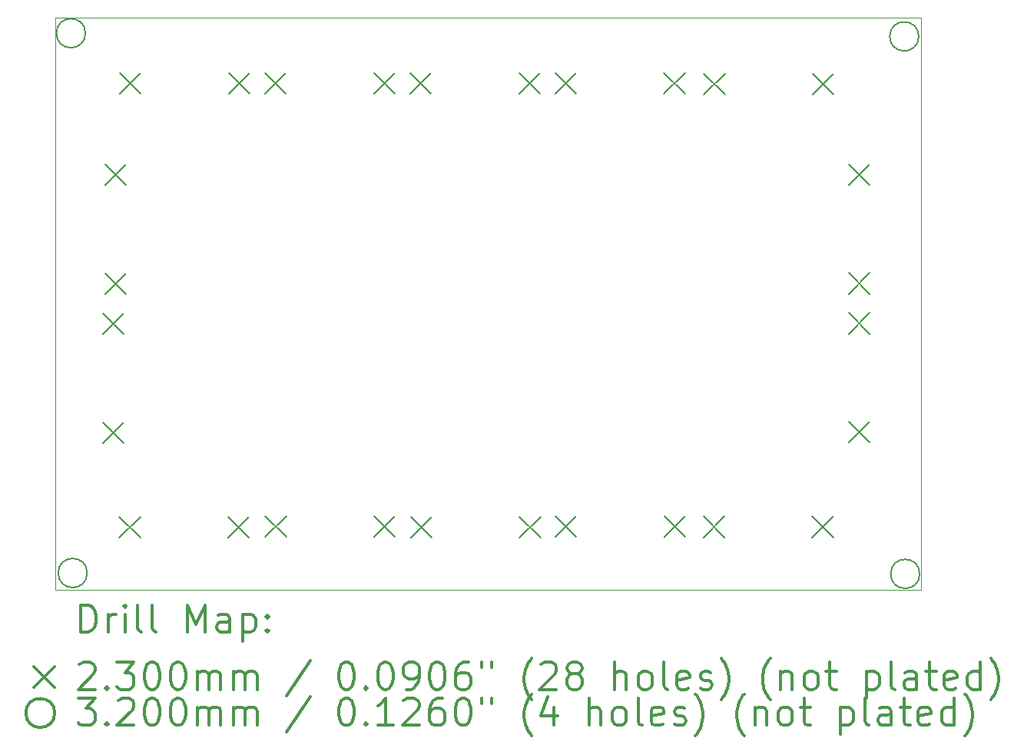
<source format=gbr>
%FSLAX45Y45*%
G04 Gerber Fmt 4.5, Leading zero omitted, Abs format (unit mm)*
G04 Created by KiCad (PCBNEW 5.1.10-88a1d61d58~90~ubuntu20.04.1) date 2021-11-04 14:27:38*
%MOMM*%
%LPD*%
G01*
G04 APERTURE LIST*
%TA.AperFunction,Profile*%
%ADD10C,0.050000*%
%TD*%
%ADD11C,0.200000*%
%ADD12C,0.300000*%
G04 APERTURE END LIST*
D10*
X21850000Y-4445000D02*
X21850000Y-10750000D01*
X12305000Y-10750000D02*
X21850000Y-10750000D01*
X12305000Y-4445000D02*
X12305000Y-10750000D01*
X12305000Y-4445000D02*
X21850000Y-4445000D01*
D11*
X12835000Y-7702000D02*
X13065000Y-7932000D01*
X13065000Y-7702000D02*
X12835000Y-7932000D01*
X12835000Y-8902000D02*
X13065000Y-9132000D01*
X13065000Y-8902000D02*
X12835000Y-9132000D01*
X12855000Y-6062000D02*
X13085000Y-6292000D01*
X13085000Y-6062000D02*
X12855000Y-6292000D01*
X12855000Y-7262000D02*
X13085000Y-7492000D01*
X13085000Y-7262000D02*
X12855000Y-7492000D01*
X13014000Y-9943000D02*
X13244000Y-10173000D01*
X13244000Y-9943000D02*
X13014000Y-10173000D01*
X13018000Y-5055000D02*
X13248000Y-5285000D01*
X13248000Y-5055000D02*
X13018000Y-5285000D01*
X14214000Y-9943000D02*
X14444000Y-10173000D01*
X14444000Y-9943000D02*
X14214000Y-10173000D01*
X14218000Y-5055000D02*
X14448000Y-5285000D01*
X14448000Y-5055000D02*
X14218000Y-5285000D01*
X14618000Y-5055000D02*
X14848000Y-5285000D01*
X14848000Y-5055000D02*
X14618000Y-5285000D01*
X14623000Y-9941000D02*
X14853000Y-10171000D01*
X14853000Y-9941000D02*
X14623000Y-10171000D01*
X15818000Y-5055000D02*
X16048000Y-5285000D01*
X16048000Y-5055000D02*
X15818000Y-5285000D01*
X15823000Y-9941000D02*
X16053000Y-10171000D01*
X16053000Y-9941000D02*
X15823000Y-10171000D01*
X16218000Y-5055000D02*
X16448000Y-5285000D01*
X16448000Y-5055000D02*
X16218000Y-5285000D01*
X16226000Y-9943000D02*
X16456000Y-10173000D01*
X16456000Y-9943000D02*
X16226000Y-10173000D01*
X17418000Y-5055000D02*
X17648000Y-5285000D01*
X17648000Y-5055000D02*
X17418000Y-5285000D01*
X17426000Y-9943000D02*
X17656000Y-10173000D01*
X17656000Y-9943000D02*
X17426000Y-10173000D01*
X17818000Y-5055000D02*
X18048000Y-5285000D01*
X18048000Y-5055000D02*
X17818000Y-5285000D01*
X17822000Y-9941000D02*
X18052000Y-10171000D01*
X18052000Y-9941000D02*
X17822000Y-10171000D01*
X19018000Y-5055000D02*
X19248000Y-5285000D01*
X19248000Y-5055000D02*
X19018000Y-5285000D01*
X19022000Y-9941000D02*
X19252000Y-10171000D01*
X19252000Y-9941000D02*
X19022000Y-10171000D01*
X19452000Y-9942000D02*
X19682000Y-10172000D01*
X19682000Y-9942000D02*
X19452000Y-10172000D01*
X19458000Y-5060000D02*
X19688000Y-5290000D01*
X19688000Y-5060000D02*
X19458000Y-5290000D01*
X20652000Y-9942000D02*
X20882000Y-10172000D01*
X20882000Y-9942000D02*
X20652000Y-10172000D01*
X20658000Y-5060000D02*
X20888000Y-5290000D01*
X20888000Y-5060000D02*
X20658000Y-5290000D01*
X21055000Y-6058000D02*
X21285000Y-6288000D01*
X21285000Y-6058000D02*
X21055000Y-6288000D01*
X21055000Y-7258000D02*
X21285000Y-7488000D01*
X21285000Y-7258000D02*
X21055000Y-7488000D01*
X21055000Y-7698000D02*
X21285000Y-7928000D01*
X21285000Y-7698000D02*
X21055000Y-7928000D01*
X21055000Y-8898000D02*
X21285000Y-9128000D01*
X21285000Y-8898000D02*
X21055000Y-9128000D01*
X12640000Y-4615000D02*
G75*
G03*
X12640000Y-4615000I-160000J0D01*
G01*
X12660000Y-10565000D02*
G75*
G03*
X12660000Y-10565000I-160000J0D01*
G01*
X21825000Y-4650000D02*
G75*
G03*
X21825000Y-4650000I-160000J0D01*
G01*
X21835000Y-10575000D02*
G75*
G03*
X21835000Y-10575000I-160000J0D01*
G01*
D12*
X12588928Y-11218214D02*
X12588928Y-10918214D01*
X12660357Y-10918214D01*
X12703214Y-10932500D01*
X12731786Y-10961072D01*
X12746071Y-10989643D01*
X12760357Y-11046786D01*
X12760357Y-11089643D01*
X12746071Y-11146786D01*
X12731786Y-11175357D01*
X12703214Y-11203929D01*
X12660357Y-11218214D01*
X12588928Y-11218214D01*
X12888928Y-11218214D02*
X12888928Y-11018214D01*
X12888928Y-11075357D02*
X12903214Y-11046786D01*
X12917500Y-11032500D01*
X12946071Y-11018214D01*
X12974643Y-11018214D01*
X13074643Y-11218214D02*
X13074643Y-11018214D01*
X13074643Y-10918214D02*
X13060357Y-10932500D01*
X13074643Y-10946786D01*
X13088928Y-10932500D01*
X13074643Y-10918214D01*
X13074643Y-10946786D01*
X13260357Y-11218214D02*
X13231786Y-11203929D01*
X13217500Y-11175357D01*
X13217500Y-10918214D01*
X13417500Y-11218214D02*
X13388928Y-11203929D01*
X13374643Y-11175357D01*
X13374643Y-10918214D01*
X13760357Y-11218214D02*
X13760357Y-10918214D01*
X13860357Y-11132500D01*
X13960357Y-10918214D01*
X13960357Y-11218214D01*
X14231786Y-11218214D02*
X14231786Y-11061072D01*
X14217500Y-11032500D01*
X14188928Y-11018214D01*
X14131786Y-11018214D01*
X14103214Y-11032500D01*
X14231786Y-11203929D02*
X14203214Y-11218214D01*
X14131786Y-11218214D01*
X14103214Y-11203929D01*
X14088928Y-11175357D01*
X14088928Y-11146786D01*
X14103214Y-11118214D01*
X14131786Y-11103929D01*
X14203214Y-11103929D01*
X14231786Y-11089643D01*
X14374643Y-11018214D02*
X14374643Y-11318214D01*
X14374643Y-11032500D02*
X14403214Y-11018214D01*
X14460357Y-11018214D01*
X14488928Y-11032500D01*
X14503214Y-11046786D01*
X14517500Y-11075357D01*
X14517500Y-11161072D01*
X14503214Y-11189643D01*
X14488928Y-11203929D01*
X14460357Y-11218214D01*
X14403214Y-11218214D01*
X14374643Y-11203929D01*
X14646071Y-11189643D02*
X14660357Y-11203929D01*
X14646071Y-11218214D01*
X14631786Y-11203929D01*
X14646071Y-11189643D01*
X14646071Y-11218214D01*
X14646071Y-11032500D02*
X14660357Y-11046786D01*
X14646071Y-11061072D01*
X14631786Y-11046786D01*
X14646071Y-11032500D01*
X14646071Y-11061072D01*
X12072500Y-11597500D02*
X12302500Y-11827500D01*
X12302500Y-11597500D02*
X12072500Y-11827500D01*
X12574643Y-11576786D02*
X12588928Y-11562500D01*
X12617500Y-11548214D01*
X12688928Y-11548214D01*
X12717500Y-11562500D01*
X12731786Y-11576786D01*
X12746071Y-11605357D01*
X12746071Y-11633929D01*
X12731786Y-11676786D01*
X12560357Y-11848214D01*
X12746071Y-11848214D01*
X12874643Y-11819643D02*
X12888928Y-11833929D01*
X12874643Y-11848214D01*
X12860357Y-11833929D01*
X12874643Y-11819643D01*
X12874643Y-11848214D01*
X12988928Y-11548214D02*
X13174643Y-11548214D01*
X13074643Y-11662500D01*
X13117500Y-11662500D01*
X13146071Y-11676786D01*
X13160357Y-11691071D01*
X13174643Y-11719643D01*
X13174643Y-11791071D01*
X13160357Y-11819643D01*
X13146071Y-11833929D01*
X13117500Y-11848214D01*
X13031786Y-11848214D01*
X13003214Y-11833929D01*
X12988928Y-11819643D01*
X13360357Y-11548214D02*
X13388928Y-11548214D01*
X13417500Y-11562500D01*
X13431786Y-11576786D01*
X13446071Y-11605357D01*
X13460357Y-11662500D01*
X13460357Y-11733929D01*
X13446071Y-11791071D01*
X13431786Y-11819643D01*
X13417500Y-11833929D01*
X13388928Y-11848214D01*
X13360357Y-11848214D01*
X13331786Y-11833929D01*
X13317500Y-11819643D01*
X13303214Y-11791071D01*
X13288928Y-11733929D01*
X13288928Y-11662500D01*
X13303214Y-11605357D01*
X13317500Y-11576786D01*
X13331786Y-11562500D01*
X13360357Y-11548214D01*
X13646071Y-11548214D02*
X13674643Y-11548214D01*
X13703214Y-11562500D01*
X13717500Y-11576786D01*
X13731786Y-11605357D01*
X13746071Y-11662500D01*
X13746071Y-11733929D01*
X13731786Y-11791071D01*
X13717500Y-11819643D01*
X13703214Y-11833929D01*
X13674643Y-11848214D01*
X13646071Y-11848214D01*
X13617500Y-11833929D01*
X13603214Y-11819643D01*
X13588928Y-11791071D01*
X13574643Y-11733929D01*
X13574643Y-11662500D01*
X13588928Y-11605357D01*
X13603214Y-11576786D01*
X13617500Y-11562500D01*
X13646071Y-11548214D01*
X13874643Y-11848214D02*
X13874643Y-11648214D01*
X13874643Y-11676786D02*
X13888928Y-11662500D01*
X13917500Y-11648214D01*
X13960357Y-11648214D01*
X13988928Y-11662500D01*
X14003214Y-11691071D01*
X14003214Y-11848214D01*
X14003214Y-11691071D02*
X14017500Y-11662500D01*
X14046071Y-11648214D01*
X14088928Y-11648214D01*
X14117500Y-11662500D01*
X14131786Y-11691071D01*
X14131786Y-11848214D01*
X14274643Y-11848214D02*
X14274643Y-11648214D01*
X14274643Y-11676786D02*
X14288928Y-11662500D01*
X14317500Y-11648214D01*
X14360357Y-11648214D01*
X14388928Y-11662500D01*
X14403214Y-11691071D01*
X14403214Y-11848214D01*
X14403214Y-11691071D02*
X14417500Y-11662500D01*
X14446071Y-11648214D01*
X14488928Y-11648214D01*
X14517500Y-11662500D01*
X14531786Y-11691071D01*
X14531786Y-11848214D01*
X15117500Y-11533929D02*
X14860357Y-11919643D01*
X15503214Y-11548214D02*
X15531786Y-11548214D01*
X15560357Y-11562500D01*
X15574643Y-11576786D01*
X15588928Y-11605357D01*
X15603214Y-11662500D01*
X15603214Y-11733929D01*
X15588928Y-11791071D01*
X15574643Y-11819643D01*
X15560357Y-11833929D01*
X15531786Y-11848214D01*
X15503214Y-11848214D01*
X15474643Y-11833929D01*
X15460357Y-11819643D01*
X15446071Y-11791071D01*
X15431786Y-11733929D01*
X15431786Y-11662500D01*
X15446071Y-11605357D01*
X15460357Y-11576786D01*
X15474643Y-11562500D01*
X15503214Y-11548214D01*
X15731786Y-11819643D02*
X15746071Y-11833929D01*
X15731786Y-11848214D01*
X15717500Y-11833929D01*
X15731786Y-11819643D01*
X15731786Y-11848214D01*
X15931786Y-11548214D02*
X15960357Y-11548214D01*
X15988928Y-11562500D01*
X16003214Y-11576786D01*
X16017500Y-11605357D01*
X16031786Y-11662500D01*
X16031786Y-11733929D01*
X16017500Y-11791071D01*
X16003214Y-11819643D01*
X15988928Y-11833929D01*
X15960357Y-11848214D01*
X15931786Y-11848214D01*
X15903214Y-11833929D01*
X15888928Y-11819643D01*
X15874643Y-11791071D01*
X15860357Y-11733929D01*
X15860357Y-11662500D01*
X15874643Y-11605357D01*
X15888928Y-11576786D01*
X15903214Y-11562500D01*
X15931786Y-11548214D01*
X16174643Y-11848214D02*
X16231786Y-11848214D01*
X16260357Y-11833929D01*
X16274643Y-11819643D01*
X16303214Y-11776786D01*
X16317500Y-11719643D01*
X16317500Y-11605357D01*
X16303214Y-11576786D01*
X16288928Y-11562500D01*
X16260357Y-11548214D01*
X16203214Y-11548214D01*
X16174643Y-11562500D01*
X16160357Y-11576786D01*
X16146071Y-11605357D01*
X16146071Y-11676786D01*
X16160357Y-11705357D01*
X16174643Y-11719643D01*
X16203214Y-11733929D01*
X16260357Y-11733929D01*
X16288928Y-11719643D01*
X16303214Y-11705357D01*
X16317500Y-11676786D01*
X16503214Y-11548214D02*
X16531786Y-11548214D01*
X16560357Y-11562500D01*
X16574643Y-11576786D01*
X16588928Y-11605357D01*
X16603214Y-11662500D01*
X16603214Y-11733929D01*
X16588928Y-11791071D01*
X16574643Y-11819643D01*
X16560357Y-11833929D01*
X16531786Y-11848214D01*
X16503214Y-11848214D01*
X16474643Y-11833929D01*
X16460357Y-11819643D01*
X16446071Y-11791071D01*
X16431786Y-11733929D01*
X16431786Y-11662500D01*
X16446071Y-11605357D01*
X16460357Y-11576786D01*
X16474643Y-11562500D01*
X16503214Y-11548214D01*
X16860357Y-11548214D02*
X16803214Y-11548214D01*
X16774643Y-11562500D01*
X16760357Y-11576786D01*
X16731786Y-11619643D01*
X16717500Y-11676786D01*
X16717500Y-11791071D01*
X16731786Y-11819643D01*
X16746071Y-11833929D01*
X16774643Y-11848214D01*
X16831786Y-11848214D01*
X16860357Y-11833929D01*
X16874643Y-11819643D01*
X16888928Y-11791071D01*
X16888928Y-11719643D01*
X16874643Y-11691071D01*
X16860357Y-11676786D01*
X16831786Y-11662500D01*
X16774643Y-11662500D01*
X16746071Y-11676786D01*
X16731786Y-11691071D01*
X16717500Y-11719643D01*
X17003214Y-11548214D02*
X17003214Y-11605357D01*
X17117500Y-11548214D02*
X17117500Y-11605357D01*
X17560357Y-11962500D02*
X17546071Y-11948214D01*
X17517500Y-11905357D01*
X17503214Y-11876786D01*
X17488928Y-11833929D01*
X17474643Y-11762500D01*
X17474643Y-11705357D01*
X17488928Y-11633929D01*
X17503214Y-11591071D01*
X17517500Y-11562500D01*
X17546071Y-11519643D01*
X17560357Y-11505357D01*
X17660357Y-11576786D02*
X17674643Y-11562500D01*
X17703214Y-11548214D01*
X17774643Y-11548214D01*
X17803214Y-11562500D01*
X17817500Y-11576786D01*
X17831786Y-11605357D01*
X17831786Y-11633929D01*
X17817500Y-11676786D01*
X17646071Y-11848214D01*
X17831786Y-11848214D01*
X18003214Y-11676786D02*
X17974643Y-11662500D01*
X17960357Y-11648214D01*
X17946071Y-11619643D01*
X17946071Y-11605357D01*
X17960357Y-11576786D01*
X17974643Y-11562500D01*
X18003214Y-11548214D01*
X18060357Y-11548214D01*
X18088928Y-11562500D01*
X18103214Y-11576786D01*
X18117500Y-11605357D01*
X18117500Y-11619643D01*
X18103214Y-11648214D01*
X18088928Y-11662500D01*
X18060357Y-11676786D01*
X18003214Y-11676786D01*
X17974643Y-11691071D01*
X17960357Y-11705357D01*
X17946071Y-11733929D01*
X17946071Y-11791071D01*
X17960357Y-11819643D01*
X17974643Y-11833929D01*
X18003214Y-11848214D01*
X18060357Y-11848214D01*
X18088928Y-11833929D01*
X18103214Y-11819643D01*
X18117500Y-11791071D01*
X18117500Y-11733929D01*
X18103214Y-11705357D01*
X18088928Y-11691071D01*
X18060357Y-11676786D01*
X18474643Y-11848214D02*
X18474643Y-11548214D01*
X18603214Y-11848214D02*
X18603214Y-11691071D01*
X18588928Y-11662500D01*
X18560357Y-11648214D01*
X18517500Y-11648214D01*
X18488928Y-11662500D01*
X18474643Y-11676786D01*
X18788928Y-11848214D02*
X18760357Y-11833929D01*
X18746071Y-11819643D01*
X18731786Y-11791071D01*
X18731786Y-11705357D01*
X18746071Y-11676786D01*
X18760357Y-11662500D01*
X18788928Y-11648214D01*
X18831786Y-11648214D01*
X18860357Y-11662500D01*
X18874643Y-11676786D01*
X18888928Y-11705357D01*
X18888928Y-11791071D01*
X18874643Y-11819643D01*
X18860357Y-11833929D01*
X18831786Y-11848214D01*
X18788928Y-11848214D01*
X19060357Y-11848214D02*
X19031786Y-11833929D01*
X19017500Y-11805357D01*
X19017500Y-11548214D01*
X19288928Y-11833929D02*
X19260357Y-11848214D01*
X19203214Y-11848214D01*
X19174643Y-11833929D01*
X19160357Y-11805357D01*
X19160357Y-11691071D01*
X19174643Y-11662500D01*
X19203214Y-11648214D01*
X19260357Y-11648214D01*
X19288928Y-11662500D01*
X19303214Y-11691071D01*
X19303214Y-11719643D01*
X19160357Y-11748214D01*
X19417500Y-11833929D02*
X19446071Y-11848214D01*
X19503214Y-11848214D01*
X19531786Y-11833929D01*
X19546071Y-11805357D01*
X19546071Y-11791071D01*
X19531786Y-11762500D01*
X19503214Y-11748214D01*
X19460357Y-11748214D01*
X19431786Y-11733929D01*
X19417500Y-11705357D01*
X19417500Y-11691071D01*
X19431786Y-11662500D01*
X19460357Y-11648214D01*
X19503214Y-11648214D01*
X19531786Y-11662500D01*
X19646071Y-11962500D02*
X19660357Y-11948214D01*
X19688928Y-11905357D01*
X19703214Y-11876786D01*
X19717500Y-11833929D01*
X19731786Y-11762500D01*
X19731786Y-11705357D01*
X19717500Y-11633929D01*
X19703214Y-11591071D01*
X19688928Y-11562500D01*
X19660357Y-11519643D01*
X19646071Y-11505357D01*
X20188928Y-11962500D02*
X20174643Y-11948214D01*
X20146071Y-11905357D01*
X20131786Y-11876786D01*
X20117500Y-11833929D01*
X20103214Y-11762500D01*
X20103214Y-11705357D01*
X20117500Y-11633929D01*
X20131786Y-11591071D01*
X20146071Y-11562500D01*
X20174643Y-11519643D01*
X20188928Y-11505357D01*
X20303214Y-11648214D02*
X20303214Y-11848214D01*
X20303214Y-11676786D02*
X20317500Y-11662500D01*
X20346071Y-11648214D01*
X20388928Y-11648214D01*
X20417500Y-11662500D01*
X20431786Y-11691071D01*
X20431786Y-11848214D01*
X20617500Y-11848214D02*
X20588928Y-11833929D01*
X20574643Y-11819643D01*
X20560357Y-11791071D01*
X20560357Y-11705357D01*
X20574643Y-11676786D01*
X20588928Y-11662500D01*
X20617500Y-11648214D01*
X20660357Y-11648214D01*
X20688928Y-11662500D01*
X20703214Y-11676786D01*
X20717500Y-11705357D01*
X20717500Y-11791071D01*
X20703214Y-11819643D01*
X20688928Y-11833929D01*
X20660357Y-11848214D01*
X20617500Y-11848214D01*
X20803214Y-11648214D02*
X20917500Y-11648214D01*
X20846071Y-11548214D02*
X20846071Y-11805357D01*
X20860357Y-11833929D01*
X20888928Y-11848214D01*
X20917500Y-11848214D01*
X21246071Y-11648214D02*
X21246071Y-11948214D01*
X21246071Y-11662500D02*
X21274643Y-11648214D01*
X21331786Y-11648214D01*
X21360357Y-11662500D01*
X21374643Y-11676786D01*
X21388928Y-11705357D01*
X21388928Y-11791071D01*
X21374643Y-11819643D01*
X21360357Y-11833929D01*
X21331786Y-11848214D01*
X21274643Y-11848214D01*
X21246071Y-11833929D01*
X21560357Y-11848214D02*
X21531786Y-11833929D01*
X21517500Y-11805357D01*
X21517500Y-11548214D01*
X21803214Y-11848214D02*
X21803214Y-11691071D01*
X21788928Y-11662500D01*
X21760357Y-11648214D01*
X21703214Y-11648214D01*
X21674643Y-11662500D01*
X21803214Y-11833929D02*
X21774643Y-11848214D01*
X21703214Y-11848214D01*
X21674643Y-11833929D01*
X21660357Y-11805357D01*
X21660357Y-11776786D01*
X21674643Y-11748214D01*
X21703214Y-11733929D01*
X21774643Y-11733929D01*
X21803214Y-11719643D01*
X21903214Y-11648214D02*
X22017500Y-11648214D01*
X21946071Y-11548214D02*
X21946071Y-11805357D01*
X21960357Y-11833929D01*
X21988928Y-11848214D01*
X22017500Y-11848214D01*
X22231786Y-11833929D02*
X22203214Y-11848214D01*
X22146071Y-11848214D01*
X22117500Y-11833929D01*
X22103214Y-11805357D01*
X22103214Y-11691071D01*
X22117500Y-11662500D01*
X22146071Y-11648214D01*
X22203214Y-11648214D01*
X22231786Y-11662500D01*
X22246071Y-11691071D01*
X22246071Y-11719643D01*
X22103214Y-11748214D01*
X22503214Y-11848214D02*
X22503214Y-11548214D01*
X22503214Y-11833929D02*
X22474643Y-11848214D01*
X22417500Y-11848214D01*
X22388928Y-11833929D01*
X22374643Y-11819643D01*
X22360357Y-11791071D01*
X22360357Y-11705357D01*
X22374643Y-11676786D01*
X22388928Y-11662500D01*
X22417500Y-11648214D01*
X22474643Y-11648214D01*
X22503214Y-11662500D01*
X22617500Y-11962500D02*
X22631786Y-11948214D01*
X22660357Y-11905357D01*
X22674643Y-11876786D01*
X22688928Y-11833929D01*
X22703214Y-11762500D01*
X22703214Y-11705357D01*
X22688928Y-11633929D01*
X22674643Y-11591071D01*
X22660357Y-11562500D01*
X22631786Y-11519643D01*
X22617500Y-11505357D01*
X12302500Y-12108500D02*
G75*
G03*
X12302500Y-12108500I-160000J0D01*
G01*
X12560357Y-11944214D02*
X12746071Y-11944214D01*
X12646071Y-12058500D01*
X12688928Y-12058500D01*
X12717500Y-12072786D01*
X12731786Y-12087071D01*
X12746071Y-12115643D01*
X12746071Y-12187071D01*
X12731786Y-12215643D01*
X12717500Y-12229929D01*
X12688928Y-12244214D01*
X12603214Y-12244214D01*
X12574643Y-12229929D01*
X12560357Y-12215643D01*
X12874643Y-12215643D02*
X12888928Y-12229929D01*
X12874643Y-12244214D01*
X12860357Y-12229929D01*
X12874643Y-12215643D01*
X12874643Y-12244214D01*
X13003214Y-11972786D02*
X13017500Y-11958500D01*
X13046071Y-11944214D01*
X13117500Y-11944214D01*
X13146071Y-11958500D01*
X13160357Y-11972786D01*
X13174643Y-12001357D01*
X13174643Y-12029929D01*
X13160357Y-12072786D01*
X12988928Y-12244214D01*
X13174643Y-12244214D01*
X13360357Y-11944214D02*
X13388928Y-11944214D01*
X13417500Y-11958500D01*
X13431786Y-11972786D01*
X13446071Y-12001357D01*
X13460357Y-12058500D01*
X13460357Y-12129929D01*
X13446071Y-12187071D01*
X13431786Y-12215643D01*
X13417500Y-12229929D01*
X13388928Y-12244214D01*
X13360357Y-12244214D01*
X13331786Y-12229929D01*
X13317500Y-12215643D01*
X13303214Y-12187071D01*
X13288928Y-12129929D01*
X13288928Y-12058500D01*
X13303214Y-12001357D01*
X13317500Y-11972786D01*
X13331786Y-11958500D01*
X13360357Y-11944214D01*
X13646071Y-11944214D02*
X13674643Y-11944214D01*
X13703214Y-11958500D01*
X13717500Y-11972786D01*
X13731786Y-12001357D01*
X13746071Y-12058500D01*
X13746071Y-12129929D01*
X13731786Y-12187071D01*
X13717500Y-12215643D01*
X13703214Y-12229929D01*
X13674643Y-12244214D01*
X13646071Y-12244214D01*
X13617500Y-12229929D01*
X13603214Y-12215643D01*
X13588928Y-12187071D01*
X13574643Y-12129929D01*
X13574643Y-12058500D01*
X13588928Y-12001357D01*
X13603214Y-11972786D01*
X13617500Y-11958500D01*
X13646071Y-11944214D01*
X13874643Y-12244214D02*
X13874643Y-12044214D01*
X13874643Y-12072786D02*
X13888928Y-12058500D01*
X13917500Y-12044214D01*
X13960357Y-12044214D01*
X13988928Y-12058500D01*
X14003214Y-12087071D01*
X14003214Y-12244214D01*
X14003214Y-12087071D02*
X14017500Y-12058500D01*
X14046071Y-12044214D01*
X14088928Y-12044214D01*
X14117500Y-12058500D01*
X14131786Y-12087071D01*
X14131786Y-12244214D01*
X14274643Y-12244214D02*
X14274643Y-12044214D01*
X14274643Y-12072786D02*
X14288928Y-12058500D01*
X14317500Y-12044214D01*
X14360357Y-12044214D01*
X14388928Y-12058500D01*
X14403214Y-12087071D01*
X14403214Y-12244214D01*
X14403214Y-12087071D02*
X14417500Y-12058500D01*
X14446071Y-12044214D01*
X14488928Y-12044214D01*
X14517500Y-12058500D01*
X14531786Y-12087071D01*
X14531786Y-12244214D01*
X15117500Y-11929929D02*
X14860357Y-12315643D01*
X15503214Y-11944214D02*
X15531786Y-11944214D01*
X15560357Y-11958500D01*
X15574643Y-11972786D01*
X15588928Y-12001357D01*
X15603214Y-12058500D01*
X15603214Y-12129929D01*
X15588928Y-12187071D01*
X15574643Y-12215643D01*
X15560357Y-12229929D01*
X15531786Y-12244214D01*
X15503214Y-12244214D01*
X15474643Y-12229929D01*
X15460357Y-12215643D01*
X15446071Y-12187071D01*
X15431786Y-12129929D01*
X15431786Y-12058500D01*
X15446071Y-12001357D01*
X15460357Y-11972786D01*
X15474643Y-11958500D01*
X15503214Y-11944214D01*
X15731786Y-12215643D02*
X15746071Y-12229929D01*
X15731786Y-12244214D01*
X15717500Y-12229929D01*
X15731786Y-12215643D01*
X15731786Y-12244214D01*
X16031786Y-12244214D02*
X15860357Y-12244214D01*
X15946071Y-12244214D02*
X15946071Y-11944214D01*
X15917500Y-11987071D01*
X15888928Y-12015643D01*
X15860357Y-12029929D01*
X16146071Y-11972786D02*
X16160357Y-11958500D01*
X16188928Y-11944214D01*
X16260357Y-11944214D01*
X16288928Y-11958500D01*
X16303214Y-11972786D01*
X16317500Y-12001357D01*
X16317500Y-12029929D01*
X16303214Y-12072786D01*
X16131786Y-12244214D01*
X16317500Y-12244214D01*
X16574643Y-11944214D02*
X16517500Y-11944214D01*
X16488928Y-11958500D01*
X16474643Y-11972786D01*
X16446071Y-12015643D01*
X16431786Y-12072786D01*
X16431786Y-12187071D01*
X16446071Y-12215643D01*
X16460357Y-12229929D01*
X16488928Y-12244214D01*
X16546071Y-12244214D01*
X16574643Y-12229929D01*
X16588928Y-12215643D01*
X16603214Y-12187071D01*
X16603214Y-12115643D01*
X16588928Y-12087071D01*
X16574643Y-12072786D01*
X16546071Y-12058500D01*
X16488928Y-12058500D01*
X16460357Y-12072786D01*
X16446071Y-12087071D01*
X16431786Y-12115643D01*
X16788928Y-11944214D02*
X16817500Y-11944214D01*
X16846071Y-11958500D01*
X16860357Y-11972786D01*
X16874643Y-12001357D01*
X16888928Y-12058500D01*
X16888928Y-12129929D01*
X16874643Y-12187071D01*
X16860357Y-12215643D01*
X16846071Y-12229929D01*
X16817500Y-12244214D01*
X16788928Y-12244214D01*
X16760357Y-12229929D01*
X16746071Y-12215643D01*
X16731786Y-12187071D01*
X16717500Y-12129929D01*
X16717500Y-12058500D01*
X16731786Y-12001357D01*
X16746071Y-11972786D01*
X16760357Y-11958500D01*
X16788928Y-11944214D01*
X17003214Y-11944214D02*
X17003214Y-12001357D01*
X17117500Y-11944214D02*
X17117500Y-12001357D01*
X17560357Y-12358500D02*
X17546071Y-12344214D01*
X17517500Y-12301357D01*
X17503214Y-12272786D01*
X17488928Y-12229929D01*
X17474643Y-12158500D01*
X17474643Y-12101357D01*
X17488928Y-12029929D01*
X17503214Y-11987071D01*
X17517500Y-11958500D01*
X17546071Y-11915643D01*
X17560357Y-11901357D01*
X17803214Y-12044214D02*
X17803214Y-12244214D01*
X17731786Y-11929929D02*
X17660357Y-12144214D01*
X17846071Y-12144214D01*
X18188928Y-12244214D02*
X18188928Y-11944214D01*
X18317500Y-12244214D02*
X18317500Y-12087071D01*
X18303214Y-12058500D01*
X18274643Y-12044214D01*
X18231786Y-12044214D01*
X18203214Y-12058500D01*
X18188928Y-12072786D01*
X18503214Y-12244214D02*
X18474643Y-12229929D01*
X18460357Y-12215643D01*
X18446071Y-12187071D01*
X18446071Y-12101357D01*
X18460357Y-12072786D01*
X18474643Y-12058500D01*
X18503214Y-12044214D01*
X18546071Y-12044214D01*
X18574643Y-12058500D01*
X18588928Y-12072786D01*
X18603214Y-12101357D01*
X18603214Y-12187071D01*
X18588928Y-12215643D01*
X18574643Y-12229929D01*
X18546071Y-12244214D01*
X18503214Y-12244214D01*
X18774643Y-12244214D02*
X18746071Y-12229929D01*
X18731786Y-12201357D01*
X18731786Y-11944214D01*
X19003214Y-12229929D02*
X18974643Y-12244214D01*
X18917500Y-12244214D01*
X18888928Y-12229929D01*
X18874643Y-12201357D01*
X18874643Y-12087071D01*
X18888928Y-12058500D01*
X18917500Y-12044214D01*
X18974643Y-12044214D01*
X19003214Y-12058500D01*
X19017500Y-12087071D01*
X19017500Y-12115643D01*
X18874643Y-12144214D01*
X19131786Y-12229929D02*
X19160357Y-12244214D01*
X19217500Y-12244214D01*
X19246071Y-12229929D01*
X19260357Y-12201357D01*
X19260357Y-12187071D01*
X19246071Y-12158500D01*
X19217500Y-12144214D01*
X19174643Y-12144214D01*
X19146071Y-12129929D01*
X19131786Y-12101357D01*
X19131786Y-12087071D01*
X19146071Y-12058500D01*
X19174643Y-12044214D01*
X19217500Y-12044214D01*
X19246071Y-12058500D01*
X19360357Y-12358500D02*
X19374643Y-12344214D01*
X19403214Y-12301357D01*
X19417500Y-12272786D01*
X19431786Y-12229929D01*
X19446071Y-12158500D01*
X19446071Y-12101357D01*
X19431786Y-12029929D01*
X19417500Y-11987071D01*
X19403214Y-11958500D01*
X19374643Y-11915643D01*
X19360357Y-11901357D01*
X19903214Y-12358500D02*
X19888928Y-12344214D01*
X19860357Y-12301357D01*
X19846071Y-12272786D01*
X19831786Y-12229929D01*
X19817500Y-12158500D01*
X19817500Y-12101357D01*
X19831786Y-12029929D01*
X19846071Y-11987071D01*
X19860357Y-11958500D01*
X19888928Y-11915643D01*
X19903214Y-11901357D01*
X20017500Y-12044214D02*
X20017500Y-12244214D01*
X20017500Y-12072786D02*
X20031786Y-12058500D01*
X20060357Y-12044214D01*
X20103214Y-12044214D01*
X20131786Y-12058500D01*
X20146071Y-12087071D01*
X20146071Y-12244214D01*
X20331786Y-12244214D02*
X20303214Y-12229929D01*
X20288928Y-12215643D01*
X20274643Y-12187071D01*
X20274643Y-12101357D01*
X20288928Y-12072786D01*
X20303214Y-12058500D01*
X20331786Y-12044214D01*
X20374643Y-12044214D01*
X20403214Y-12058500D01*
X20417500Y-12072786D01*
X20431786Y-12101357D01*
X20431786Y-12187071D01*
X20417500Y-12215643D01*
X20403214Y-12229929D01*
X20374643Y-12244214D01*
X20331786Y-12244214D01*
X20517500Y-12044214D02*
X20631786Y-12044214D01*
X20560357Y-11944214D02*
X20560357Y-12201357D01*
X20574643Y-12229929D01*
X20603214Y-12244214D01*
X20631786Y-12244214D01*
X20960357Y-12044214D02*
X20960357Y-12344214D01*
X20960357Y-12058500D02*
X20988928Y-12044214D01*
X21046071Y-12044214D01*
X21074643Y-12058500D01*
X21088928Y-12072786D01*
X21103214Y-12101357D01*
X21103214Y-12187071D01*
X21088928Y-12215643D01*
X21074643Y-12229929D01*
X21046071Y-12244214D01*
X20988928Y-12244214D01*
X20960357Y-12229929D01*
X21274643Y-12244214D02*
X21246071Y-12229929D01*
X21231786Y-12201357D01*
X21231786Y-11944214D01*
X21517500Y-12244214D02*
X21517500Y-12087071D01*
X21503214Y-12058500D01*
X21474643Y-12044214D01*
X21417500Y-12044214D01*
X21388928Y-12058500D01*
X21517500Y-12229929D02*
X21488928Y-12244214D01*
X21417500Y-12244214D01*
X21388928Y-12229929D01*
X21374643Y-12201357D01*
X21374643Y-12172786D01*
X21388928Y-12144214D01*
X21417500Y-12129929D01*
X21488928Y-12129929D01*
X21517500Y-12115643D01*
X21617500Y-12044214D02*
X21731786Y-12044214D01*
X21660357Y-11944214D02*
X21660357Y-12201357D01*
X21674643Y-12229929D01*
X21703214Y-12244214D01*
X21731786Y-12244214D01*
X21946071Y-12229929D02*
X21917500Y-12244214D01*
X21860357Y-12244214D01*
X21831786Y-12229929D01*
X21817500Y-12201357D01*
X21817500Y-12087071D01*
X21831786Y-12058500D01*
X21860357Y-12044214D01*
X21917500Y-12044214D01*
X21946071Y-12058500D01*
X21960357Y-12087071D01*
X21960357Y-12115643D01*
X21817500Y-12144214D01*
X22217500Y-12244214D02*
X22217500Y-11944214D01*
X22217500Y-12229929D02*
X22188928Y-12244214D01*
X22131786Y-12244214D01*
X22103214Y-12229929D01*
X22088928Y-12215643D01*
X22074643Y-12187071D01*
X22074643Y-12101357D01*
X22088928Y-12072786D01*
X22103214Y-12058500D01*
X22131786Y-12044214D01*
X22188928Y-12044214D01*
X22217500Y-12058500D01*
X22331786Y-12358500D02*
X22346071Y-12344214D01*
X22374643Y-12301357D01*
X22388928Y-12272786D01*
X22403214Y-12229929D01*
X22417500Y-12158500D01*
X22417500Y-12101357D01*
X22403214Y-12029929D01*
X22388928Y-11987071D01*
X22374643Y-11958500D01*
X22346071Y-11915643D01*
X22331786Y-11901357D01*
M02*

</source>
